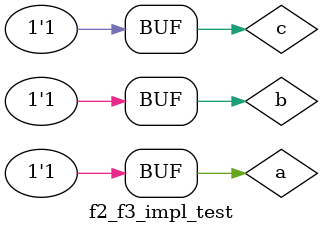
<source format=v>
`timescale 1ns / 1ps


module f2_f3_impl_test();
    reg     a, b, c;
    wire    f2, f3;

    f2_f3_impl uut (.a(a), .b(b), .c(c), .f2(f2), .f3(f3));
    
    initial begin
        a = 0;    b = 0;    c = 0;    #125;
        a = 0;    b = 0;    c = 1;    #125;
        a = 0;    b = 1;    c = 0;    #125;
        a = 0;    b = 1;    c = 1;    #125;
        a = 1;    b = 0;    c = 0;    #125;
        a = 1;    b = 0;    c = 1;    #125;
        a = 1;    b = 1;    c = 0;    #125;
        a = 1;    b = 1;    c = 1;    #125;
    end
endmodule

</source>
